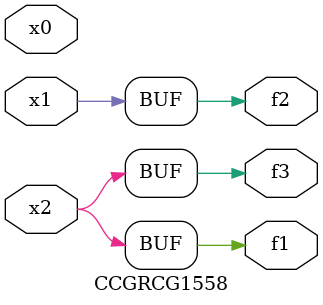
<source format=v>
module CCGRCG1558(
	input x0, x1, x2,
	output f1, f2, f3
);
	assign f1 = x2;
	assign f2 = x1;
	assign f3 = x2;
endmodule

</source>
